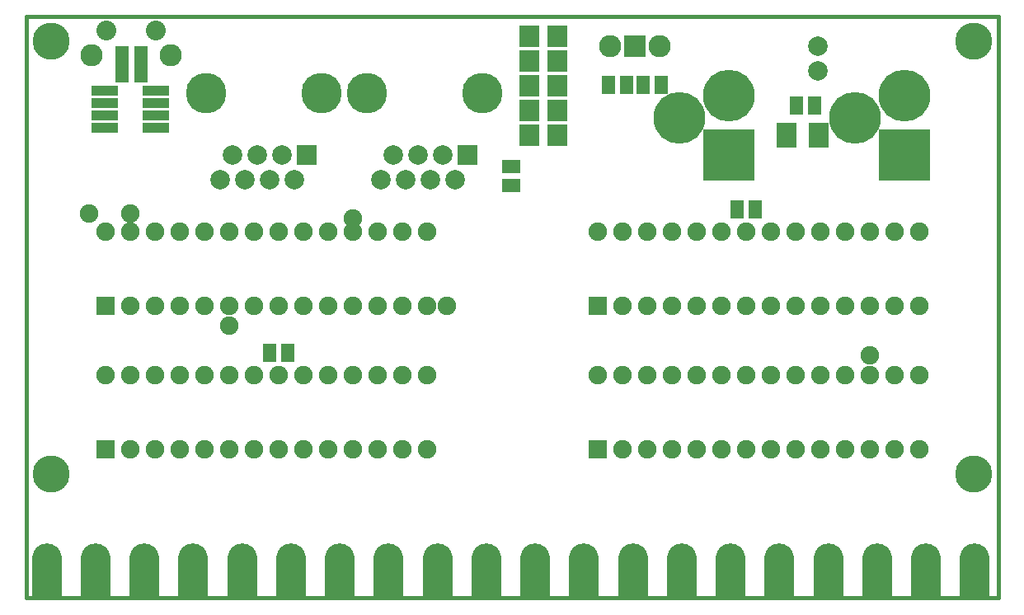
<source format=gts>
G04 (created by PCBNEW-RS274X (2012-03-17 BZR 3466)-stable) date Mon 10 Dec 2012 10:26:00 PM EST*
G01*
G70*
G90*
%MOIN*%
G04 Gerber Fmt 3.4, Leading zero omitted, Abs format*
%FSLAX34Y34*%
G04 APERTURE LIST*
%ADD10C,0.006000*%
%ADD11C,0.015000*%
%ADD12C,0.079100*%
%ADD13C,0.080000*%
%ADD14C,0.090000*%
%ADD15C,0.075000*%
%ADD16R,0.075000X0.075000*%
%ADD17C,0.209000*%
%ADD18R,0.209000X0.209000*%
%ADD19C,0.163700*%
%ADD20R,0.079100X0.079100*%
%ADD21R,0.075000X0.055000*%
%ADD22R,0.055000X0.075000*%
%ADD23R,0.080000X0.100000*%
%ADD24R,0.106600X0.043600*%
%ADD25R,0.082900X0.090900*%
%ADD26R,0.090000X0.090000*%
%ADD27C,0.150000*%
%ADD28C,0.118400*%
%ADD29R,0.118400X0.180000*%
G04 APERTURE END LIST*
G54D10*
G54D11*
X00000Y-23500D02*
X39300Y-23500D01*
X00000Y00000D02*
X39300Y00000D01*
X00000Y-23500D02*
X00000Y00000D01*
X39300Y00000D02*
X39300Y-23500D01*
G54D12*
X32000Y-01200D03*
X32000Y-02200D03*
G54D13*
X03250Y-00550D03*
X05250Y-00550D03*
G54D14*
X02650Y-01550D03*
X05850Y-01550D03*
G54D15*
X04200Y-11700D03*
X05200Y-11700D03*
X06200Y-11700D03*
X07200Y-11700D03*
X08200Y-11700D03*
X09200Y-11700D03*
X10200Y-11700D03*
X11200Y-11700D03*
X12200Y-11700D03*
X13200Y-11700D03*
X14200Y-11700D03*
X15200Y-11700D03*
X16200Y-11700D03*
G54D16*
X03200Y-11700D03*
G54D15*
X16200Y-08700D03*
X15200Y-08700D03*
X14200Y-08700D03*
X13200Y-08700D03*
X12200Y-08700D03*
X11200Y-08700D03*
X10200Y-08700D03*
X09200Y-08700D03*
X08200Y-08700D03*
X07200Y-08700D03*
X06200Y-08700D03*
X05200Y-08700D03*
X04200Y-08700D03*
X03200Y-08700D03*
G54D17*
X28400Y-03200D03*
G54D18*
X28400Y-05600D03*
G54D17*
X26400Y-04100D03*
X35500Y-03200D03*
G54D18*
X35500Y-05600D03*
G54D17*
X33500Y-04100D03*
G54D19*
X13762Y-03100D03*
X18435Y-03100D03*
G54D20*
X17850Y-05600D03*
G54D12*
X17350Y-06600D03*
X16850Y-05600D03*
X16350Y-06600D03*
X15850Y-05600D03*
X15350Y-06600D03*
X14850Y-05600D03*
X14350Y-06600D03*
G54D19*
X07262Y-03100D03*
X11935Y-03100D03*
G54D20*
X11350Y-05600D03*
G54D12*
X10850Y-06600D03*
X10350Y-05600D03*
X09850Y-06600D03*
X09350Y-05600D03*
X08850Y-06600D03*
X08350Y-05600D03*
X07850Y-06600D03*
G54D21*
X19600Y-06075D03*
X19600Y-06825D03*
G54D22*
X10575Y-13600D03*
X09825Y-13600D03*
X04625Y-01550D03*
X03875Y-01550D03*
G54D23*
X30750Y-04800D03*
X32050Y-04800D03*
G54D22*
X03875Y-02300D03*
X04625Y-02300D03*
G54D24*
X03176Y-03000D03*
X03176Y-03500D03*
X03176Y-04000D03*
X03176Y-04500D03*
X05223Y-04500D03*
X05223Y-04000D03*
X05223Y-03500D03*
X05223Y-03000D03*
G54D25*
X21459Y-04800D03*
X20341Y-04800D03*
X21459Y-03800D03*
X20341Y-03800D03*
X21459Y-02800D03*
X20341Y-02800D03*
X21459Y-01800D03*
X20341Y-01800D03*
G54D14*
X25600Y-01200D03*
G54D26*
X24600Y-01200D03*
G54D14*
X23600Y-01200D03*
G54D25*
X21459Y-00799D03*
X20341Y-00799D03*
G54D22*
X23525Y-02750D03*
X24275Y-02750D03*
X31875Y-03600D03*
X31125Y-03600D03*
X25675Y-02750D03*
X24925Y-02750D03*
G54D15*
X02550Y-07950D03*
X04200Y-07950D03*
X13200Y-08150D03*
X17000Y-11700D03*
X08200Y-12500D03*
X34100Y-13700D03*
G54D27*
X38300Y-18500D03*
X01000Y-18500D03*
X38300Y-01000D03*
X01000Y-01000D03*
G54D22*
X28725Y-07800D03*
X29475Y-07800D03*
G54D15*
X24100Y-17500D03*
X25100Y-17500D03*
X26100Y-17500D03*
X27100Y-17500D03*
X28100Y-17500D03*
X29100Y-17500D03*
X30100Y-17500D03*
X31100Y-17500D03*
X32100Y-17500D03*
X33100Y-17500D03*
X34100Y-17500D03*
X35100Y-17500D03*
X36100Y-17500D03*
G54D16*
X23100Y-17500D03*
G54D15*
X36100Y-14500D03*
X35100Y-14500D03*
X34100Y-14500D03*
X33100Y-14500D03*
X32100Y-14500D03*
X31100Y-14500D03*
X30100Y-14500D03*
X29100Y-14500D03*
X28100Y-14500D03*
X27100Y-14500D03*
X26100Y-14500D03*
X25100Y-14500D03*
X24100Y-14500D03*
X23100Y-14500D03*
X24100Y-11700D03*
X25100Y-11700D03*
X26100Y-11700D03*
X27100Y-11700D03*
X28100Y-11700D03*
X29100Y-11700D03*
X30100Y-11700D03*
X31100Y-11700D03*
X32100Y-11700D03*
X33100Y-11700D03*
X34100Y-11700D03*
X35100Y-11700D03*
X36100Y-11700D03*
G54D16*
X23100Y-11700D03*
G54D15*
X36100Y-08700D03*
X35100Y-08700D03*
X34100Y-08700D03*
X33100Y-08700D03*
X32100Y-08700D03*
X31100Y-08700D03*
X30100Y-08700D03*
X29100Y-08700D03*
X28100Y-08700D03*
X27100Y-08700D03*
X26100Y-08700D03*
X25100Y-08700D03*
X24100Y-08700D03*
X23100Y-08700D03*
X04200Y-17500D03*
X05200Y-17500D03*
X06200Y-17500D03*
X07200Y-17500D03*
X08200Y-17500D03*
X09200Y-17500D03*
X10200Y-17500D03*
X11200Y-17500D03*
X12200Y-17500D03*
X13200Y-17500D03*
X14200Y-17500D03*
X15200Y-17500D03*
X16200Y-17500D03*
G54D16*
X03200Y-17500D03*
G54D15*
X16200Y-14500D03*
X15200Y-14500D03*
X14200Y-14500D03*
X13200Y-14500D03*
X12200Y-14500D03*
X11200Y-14500D03*
X10200Y-14500D03*
X09200Y-14500D03*
X08200Y-14500D03*
X07200Y-14500D03*
X06200Y-14500D03*
X05200Y-14500D03*
X04200Y-14500D03*
X03200Y-14500D03*
G54D28*
X38354Y-21900D03*
X34416Y-21900D03*
X32448Y-21900D03*
X36385Y-21900D03*
G54D29*
X32448Y-22700D03*
X34416Y-22700D03*
X36385Y-22700D03*
X38354Y-22700D03*
G54D28*
X30454Y-21900D03*
X26516Y-21900D03*
X24548Y-21900D03*
X28485Y-21900D03*
G54D29*
X24548Y-22700D03*
X26516Y-22700D03*
X28485Y-22700D03*
X30454Y-22700D03*
G54D28*
X22554Y-21900D03*
X18616Y-21900D03*
X16648Y-21900D03*
X20585Y-21900D03*
G54D29*
X16648Y-22700D03*
X18616Y-22700D03*
X20585Y-22700D03*
X22554Y-22700D03*
G54D28*
X14654Y-21900D03*
X10716Y-21900D03*
X08748Y-21900D03*
X12685Y-21900D03*
G54D29*
X08748Y-22700D03*
X10716Y-22700D03*
X12685Y-22700D03*
X14654Y-22700D03*
G54D28*
X06754Y-21900D03*
X02816Y-21900D03*
X00848Y-21900D03*
X04785Y-21900D03*
G54D29*
X00848Y-22700D03*
X02816Y-22700D03*
X04785Y-22700D03*
X06754Y-22700D03*
M02*

</source>
